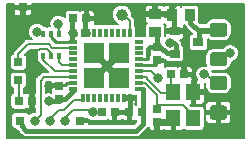
<source format=gtl>
G04 #@! TF.GenerationSoftware,KiCad,Pcbnew,5.0.0-rc3+dfsg1-2*
G04 #@! TF.CreationDate,2018-07-25T10:31:46+09:00*
G04 #@! TF.ProjectId,fst-01,6673742D30312E6B696361645F706362,rev?*
G04 #@! TF.SameCoordinates,Original*
G04 #@! TF.FileFunction,Copper,L1,Top,Signal*
G04 #@! TF.FilePolarity,Positive*
%FSLAX46Y46*%
G04 Gerber Fmt 4.6, Leading zero omitted, Abs format (unit mm)*
G04 Created by KiCad (PCBNEW 5.0.0-rc3+dfsg1-2) date Wed Jul 25 10:31:46 2018*
%MOMM*%
%LPD*%
G01*
G04 APERTURE LIST*
G04 #@! TA.AperFunction,SMDPad,CuDef*
%ADD10R,0.800000X0.800000*%
G04 #@! TD*
G04 #@! TA.AperFunction,ComponentPad*
%ADD11C,1.000000*%
G04 #@! TD*
G04 #@! TA.AperFunction,Conductor*
%ADD12C,0.150000*%
G04 #@! TD*
G04 #@! TA.AperFunction,SMDPad,CuDef*
%ADD13C,1.200000*%
G04 #@! TD*
G04 #@! TA.AperFunction,SMDPad,CuDef*
%ADD14R,0.762000X0.698500*%
G04 #@! TD*
G04 #@! TA.AperFunction,SMDPad,CuDef*
%ADD15R,0.398780X0.500380*%
G04 #@! TD*
G04 #@! TA.AperFunction,SMDPad,CuDef*
%ADD16R,1.800000X1.800000*%
G04 #@! TD*
G04 #@! TA.AperFunction,SMDPad,CuDef*
%ADD17R,0.749300X0.299720*%
G04 #@! TD*
G04 #@! TA.AperFunction,SMDPad,CuDef*
%ADD18R,0.299720X0.749300*%
G04 #@! TD*
G04 #@! TA.AperFunction,SMDPad,CuDef*
%ADD19R,0.700000X0.700000*%
G04 #@! TD*
G04 #@! TA.AperFunction,ComponentPad*
%ADD20R,0.800000X0.800000*%
G04 #@! TD*
G04 #@! TA.AperFunction,BGAPad,CuDef*
%ADD21C,0.800000*%
G04 #@! TD*
G04 #@! TA.AperFunction,SMDPad,CuDef*
%ADD22R,0.899160X1.000760*%
G04 #@! TD*
G04 #@! TA.AperFunction,SMDPad,CuDef*
%ADD23R,0.900000X0.800000*%
G04 #@! TD*
G04 #@! TA.AperFunction,SMDPad,CuDef*
%ADD24R,1.193800X1.397000*%
G04 #@! TD*
G04 #@! TA.AperFunction,SMDPad,CuDef*
%ADD25R,0.698500X0.762000*%
G04 #@! TD*
G04 #@! TA.AperFunction,SMDPad,CuDef*
%ADD26R,1.000760X0.899160*%
G04 #@! TD*
G04 #@! TA.AperFunction,BGAPad,CuDef*
%ADD27C,1.000000*%
G04 #@! TD*
G04 #@! TA.AperFunction,ViaPad*
%ADD28C,0.800100*%
G04 #@! TD*
G04 #@! TA.AperFunction,Conductor*
%ADD29C,0.200660*%
G04 #@! TD*
G04 #@! TA.AperFunction,Conductor*
%ADD30C,0.381000*%
G04 #@! TD*
G04 #@! TA.AperFunction,Conductor*
%ADD31C,0.202000*%
G04 #@! TD*
G04 #@! TA.AperFunction,Conductor*
%ADD32C,0.599440*%
G04 #@! TD*
G04 #@! TA.AperFunction,Conductor*
%ADD33C,0.254000*%
G04 #@! TD*
G04 #@! TA.AperFunction,Conductor*
%ADD34C,0.300000*%
G04 #@! TD*
G04 #@! TA.AperFunction,Conductor*
%ADD35C,0.279400*%
G04 #@! TD*
G04 #@! TA.AperFunction,Conductor*
%ADD36C,0.508000*%
G04 #@! TD*
G04 #@! TA.AperFunction,Conductor*
%ADD37C,0.304800*%
G04 #@! TD*
G04 #@! TA.AperFunction,Conductor*
%ADD38C,0.330200*%
G04 #@! TD*
G04 #@! TA.AperFunction,Conductor*
%ADD39C,0.200000*%
G04 #@! TD*
G04 APERTURE END LIST*
D10*
G04 #@! TO.P,REF\002A\002A,1*
G04 #@! TO.N,GND*
X110431580Y-93604080D03*
G04 #@! TD*
D11*
G04 #@! TO.P,J1,5*
G04 #@! TO.N,GND*
X128200000Y-93746500D03*
X128200000Y-104246500D03*
D12*
G04 #@! TD*
G04 #@! TO.N,/VBUS*
G04 #@! TO.C,J1*
G36*
X127479405Y-94897825D02*
X127508527Y-94902144D01*
X127537085Y-94909298D01*
X127564805Y-94919216D01*
X127591419Y-94931804D01*
X127616671Y-94946939D01*
X127640318Y-94964477D01*
X127662132Y-94984248D01*
X127681903Y-95006062D01*
X127699441Y-95029709D01*
X127714576Y-95054961D01*
X127727164Y-95081575D01*
X127737082Y-95109295D01*
X127744236Y-95137853D01*
X127748555Y-95166975D01*
X127750000Y-95196380D01*
X127750000Y-95796380D01*
X127748555Y-95825785D01*
X127744236Y-95854907D01*
X127737082Y-95883465D01*
X127727164Y-95911185D01*
X127714576Y-95937799D01*
X127699441Y-95963051D01*
X127681903Y-95986698D01*
X127662132Y-96008512D01*
X127640318Y-96028283D01*
X127616671Y-96045821D01*
X127591419Y-96060956D01*
X127564805Y-96073544D01*
X127537085Y-96083462D01*
X127508527Y-96090616D01*
X127479405Y-96094935D01*
X127450000Y-96096380D01*
X126550000Y-96096380D01*
X126520595Y-96094935D01*
X126491473Y-96090616D01*
X126462915Y-96083462D01*
X126435195Y-96073544D01*
X126408581Y-96060956D01*
X126383329Y-96045821D01*
X126359682Y-96028283D01*
X126337868Y-96008512D01*
X126318097Y-95986698D01*
X126300559Y-95963051D01*
X126285424Y-95937799D01*
X126272836Y-95911185D01*
X126262918Y-95883465D01*
X126255764Y-95854907D01*
X126251445Y-95825785D01*
X126250000Y-95796380D01*
X126250000Y-95196380D01*
X126251445Y-95166975D01*
X126255764Y-95137853D01*
X126262918Y-95109295D01*
X126272836Y-95081575D01*
X126285424Y-95054961D01*
X126300559Y-95029709D01*
X126318097Y-95006062D01*
X126337868Y-94984248D01*
X126359682Y-94964477D01*
X126383329Y-94946939D01*
X126408581Y-94931804D01*
X126435195Y-94919216D01*
X126462915Y-94909298D01*
X126491473Y-94902144D01*
X126520595Y-94897825D01*
X126550000Y-94896380D01*
X127450000Y-94896380D01*
X127479405Y-94897825D01*
X127479405Y-94897825D01*
G37*
D13*
G04 #@! TO.P,J1,1*
G04 #@! TO.N,/VBUS*
X127000000Y-95496380D03*
D12*
G04 #@! TD*
G04 #@! TO.N,GND*
G04 #@! TO.C,J1*
G36*
X127479405Y-101897945D02*
X127508527Y-101902264D01*
X127537085Y-101909418D01*
X127564805Y-101919336D01*
X127591419Y-101931924D01*
X127616671Y-101947059D01*
X127640318Y-101964597D01*
X127662132Y-101984368D01*
X127681903Y-102006182D01*
X127699441Y-102029829D01*
X127714576Y-102055081D01*
X127727164Y-102081695D01*
X127737082Y-102109415D01*
X127744236Y-102137973D01*
X127748555Y-102167095D01*
X127750000Y-102196500D01*
X127750000Y-102796500D01*
X127748555Y-102825905D01*
X127744236Y-102855027D01*
X127737082Y-102883585D01*
X127727164Y-102911305D01*
X127714576Y-102937919D01*
X127699441Y-102963171D01*
X127681903Y-102986818D01*
X127662132Y-103008632D01*
X127640318Y-103028403D01*
X127616671Y-103045941D01*
X127591419Y-103061076D01*
X127564805Y-103073664D01*
X127537085Y-103083582D01*
X127508527Y-103090736D01*
X127479405Y-103095055D01*
X127450000Y-103096500D01*
X126550000Y-103096500D01*
X126520595Y-103095055D01*
X126491473Y-103090736D01*
X126462915Y-103083582D01*
X126435195Y-103073664D01*
X126408581Y-103061076D01*
X126383329Y-103045941D01*
X126359682Y-103028403D01*
X126337868Y-103008632D01*
X126318097Y-102986818D01*
X126300559Y-102963171D01*
X126285424Y-102937919D01*
X126272836Y-102911305D01*
X126262918Y-102883585D01*
X126255764Y-102855027D01*
X126251445Y-102825905D01*
X126250000Y-102796500D01*
X126250000Y-102196500D01*
X126251445Y-102167095D01*
X126255764Y-102137973D01*
X126262918Y-102109415D01*
X126272836Y-102081695D01*
X126285424Y-102055081D01*
X126300559Y-102029829D01*
X126318097Y-102006182D01*
X126337868Y-101984368D01*
X126359682Y-101964597D01*
X126383329Y-101947059D01*
X126408581Y-101931924D01*
X126435195Y-101919336D01*
X126462915Y-101909418D01*
X126491473Y-101902264D01*
X126520595Y-101897945D01*
X126550000Y-101896500D01*
X127450000Y-101896500D01*
X127479405Y-101897945D01*
X127479405Y-101897945D01*
G37*
D13*
G04 #@! TO.P,J1,4*
G04 #@! TO.N,GND*
X127000000Y-102496500D03*
D12*
G04 #@! TD*
G04 #@! TO.N,/D-_PLUG*
G04 #@! TO.C,J1*
G36*
X127479405Y-97397945D02*
X127508527Y-97402264D01*
X127537085Y-97409418D01*
X127564805Y-97419336D01*
X127591419Y-97431924D01*
X127616671Y-97447059D01*
X127640318Y-97464597D01*
X127662132Y-97484368D01*
X127681903Y-97506182D01*
X127699441Y-97529829D01*
X127714576Y-97555081D01*
X127727164Y-97581695D01*
X127737082Y-97609415D01*
X127744236Y-97637973D01*
X127748555Y-97667095D01*
X127750000Y-97696500D01*
X127750000Y-98296500D01*
X127748555Y-98325905D01*
X127744236Y-98355027D01*
X127737082Y-98383585D01*
X127727164Y-98411305D01*
X127714576Y-98437919D01*
X127699441Y-98463171D01*
X127681903Y-98486818D01*
X127662132Y-98508632D01*
X127640318Y-98528403D01*
X127616671Y-98545941D01*
X127591419Y-98561076D01*
X127564805Y-98573664D01*
X127537085Y-98583582D01*
X127508527Y-98590736D01*
X127479405Y-98595055D01*
X127450000Y-98596500D01*
X126550000Y-98596500D01*
X126520595Y-98595055D01*
X126491473Y-98590736D01*
X126462915Y-98583582D01*
X126435195Y-98573664D01*
X126408581Y-98561076D01*
X126383329Y-98545941D01*
X126359682Y-98528403D01*
X126337868Y-98508632D01*
X126318097Y-98486818D01*
X126300559Y-98463171D01*
X126285424Y-98437919D01*
X126272836Y-98411305D01*
X126262918Y-98383585D01*
X126255764Y-98355027D01*
X126251445Y-98325905D01*
X126250000Y-98296500D01*
X126250000Y-97696500D01*
X126251445Y-97667095D01*
X126255764Y-97637973D01*
X126262918Y-97609415D01*
X126272836Y-97581695D01*
X126285424Y-97555081D01*
X126300559Y-97529829D01*
X126318097Y-97506182D01*
X126337868Y-97484368D01*
X126359682Y-97464597D01*
X126383329Y-97447059D01*
X126408581Y-97431924D01*
X126435195Y-97419336D01*
X126462915Y-97409418D01*
X126491473Y-97402264D01*
X126520595Y-97397945D01*
X126550000Y-97396500D01*
X127450000Y-97396500D01*
X127479405Y-97397945D01*
X127479405Y-97397945D01*
G37*
D13*
G04 #@! TO.P,J1,2*
G04 #@! TO.N,/D-_PLUG*
X127000000Y-97996500D03*
D12*
G04 #@! TD*
G04 #@! TO.N,/D+_PLUG*
G04 #@! TO.C,J1*
G36*
X127479405Y-99397945D02*
X127508527Y-99402264D01*
X127537085Y-99409418D01*
X127564805Y-99419336D01*
X127591419Y-99431924D01*
X127616671Y-99447059D01*
X127640318Y-99464597D01*
X127662132Y-99484368D01*
X127681903Y-99506182D01*
X127699441Y-99529829D01*
X127714576Y-99555081D01*
X127727164Y-99581695D01*
X127737082Y-99609415D01*
X127744236Y-99637973D01*
X127748555Y-99667095D01*
X127750000Y-99696500D01*
X127750000Y-100296500D01*
X127748555Y-100325905D01*
X127744236Y-100355027D01*
X127737082Y-100383585D01*
X127727164Y-100411305D01*
X127714576Y-100437919D01*
X127699441Y-100463171D01*
X127681903Y-100486818D01*
X127662132Y-100508632D01*
X127640318Y-100528403D01*
X127616671Y-100545941D01*
X127591419Y-100561076D01*
X127564805Y-100573664D01*
X127537085Y-100583582D01*
X127508527Y-100590736D01*
X127479405Y-100595055D01*
X127450000Y-100596500D01*
X126550000Y-100596500D01*
X126520595Y-100595055D01*
X126491473Y-100590736D01*
X126462915Y-100583582D01*
X126435195Y-100573664D01*
X126408581Y-100561076D01*
X126383329Y-100545941D01*
X126359682Y-100528403D01*
X126337868Y-100508632D01*
X126318097Y-100486818D01*
X126300559Y-100463171D01*
X126285424Y-100437919D01*
X126272836Y-100411305D01*
X126262918Y-100383585D01*
X126255764Y-100355027D01*
X126251445Y-100325905D01*
X126250000Y-100296500D01*
X126250000Y-99696500D01*
X126251445Y-99667095D01*
X126255764Y-99637973D01*
X126262918Y-99609415D01*
X126272836Y-99581695D01*
X126285424Y-99555081D01*
X126300559Y-99529829D01*
X126318097Y-99506182D01*
X126337868Y-99484368D01*
X126359682Y-99464597D01*
X126383329Y-99447059D01*
X126408581Y-99431924D01*
X126435195Y-99419336D01*
X126462915Y-99409418D01*
X126491473Y-99402264D01*
X126520595Y-99397945D01*
X126550000Y-99396500D01*
X127450000Y-99396500D01*
X127479405Y-99397945D01*
X127479405Y-99397945D01*
G37*
D13*
G04 #@! TO.P,J1,3*
G04 #@! TO.N,/D+_PLUG*
X127000000Y-99996500D03*
G04 #@! TD*
D14*
G04 #@! TO.P,R1,1*
G04 #@! TO.N,Net-(D1-Pad1)*
X110119160Y-101536500D03*
G04 #@! TO.P,R1,2*
G04 #@! TO.N,GND*
X111216440Y-101536500D03*
G04 #@! TD*
D15*
G04 #@! TO.P,U3,6*
G04 #@! TO.N,/D+_PLUG*
X112189260Y-95811340D03*
G04 #@! TO.P,U3,5*
G04 #@! TO.N,+3V3*
X112839500Y-95811340D03*
G04 #@! TO.P,U3,4*
G04 #@! TO.N,/D-_PLUG*
X113489740Y-95811340D03*
G04 #@! TO.P,U3,3*
G04 #@! TO.N,/D-*
X113489740Y-97711260D03*
G04 #@! TO.P,U3,2*
G04 #@! TO.N,GND*
X112839500Y-97711260D03*
G04 #@! TO.P,U3,1*
G04 #@! TO.N,/D+*
X112189260Y-97711260D03*
G04 #@! TD*
D16*
G04 #@! TO.P,U1,37*
G04 #@! TO.N,GND*
X118543988Y-97459671D03*
X116461188Y-97459671D03*
X116461188Y-99542471D03*
D17*
G04 #@! TO.P,U1,1*
G04 #@! TO.N,+3V3*
X120278808Y-100502591D03*
G04 #@! TO.P,U1,2*
G04 #@! TO.N,/OSC_IN*
X120278808Y-100002211D03*
G04 #@! TO.P,U1,3*
G04 #@! TO.N,/OSC_OUT*
X120278808Y-99501831D03*
G04 #@! TO.P,U1,4*
G04 #@! TO.N,/NRST*
X120278808Y-99001451D03*
G04 #@! TO.P,U1,5*
G04 #@! TO.N,GND*
X120278808Y-98501071D03*
G04 #@! TO.P,U1,6*
G04 #@! TO.N,+3V3*
X120278808Y-98000691D03*
G04 #@! TO.P,U1,7*
G04 #@! TO.N,Net-(U1-Pad7)*
X120278808Y-97500311D03*
G04 #@! TO.P,U1,8*
G04 #@! TO.N,Net-(U1-Pad8)*
X120278808Y-96999931D03*
G04 #@! TO.P,U1,9*
G04 #@! TO.N,Net-(U1-Pad9)*
X120278808Y-96499551D03*
D18*
G04 #@! TO.P,U1,10*
G04 #@! TO.N,Net-(U1-Pad10)*
X119504108Y-95724851D03*
G04 #@! TO.P,U1,11*
G04 #@! TO.N,Net-(U1-Pad11)*
X119003728Y-95724851D03*
G04 #@! TO.P,U1,12*
G04 #@! TO.N,Net-(U1-Pad12)*
X118503348Y-95724851D03*
G04 #@! TO.P,U1,13*
G04 #@! TO.N,Net-(U1-Pad13)*
X118002968Y-95724851D03*
G04 #@! TO.P,U1,14*
G04 #@! TO.N,Net-(U1-Pad14)*
X117502588Y-95724851D03*
G04 #@! TO.P,U1,15*
G04 #@! TO.N,Net-(U1-Pad15)*
X117002208Y-95724851D03*
G04 #@! TO.P,U1,16*
G04 #@! TO.N,Net-(U1-Pad16)*
X116501828Y-95724851D03*
G04 #@! TO.P,U1,17*
G04 #@! TO.N,GND*
X116001448Y-95724851D03*
G04 #@! TO.P,U1,18*
X115501068Y-95724851D03*
D17*
G04 #@! TO.P,U1,19*
G04 #@! TO.N,+3V3*
X114726368Y-96499551D03*
G04 #@! TO.P,U1,20*
G04 #@! TO.N,/LED*
X114726368Y-96999931D03*
G04 #@! TO.P,U1,21*
G04 #@! TO.N,Net-(U1-Pad21)*
X114726368Y-97500311D03*
G04 #@! TO.P,U1,22*
G04 #@! TO.N,Net-(U1-Pad22)*
X114726368Y-98000691D03*
G04 #@! TO.P,U1,23*
G04 #@! TO.N,/D-*
X114726368Y-98501071D03*
G04 #@! TO.P,U1,24*
G04 #@! TO.N,/D+*
X114726368Y-99001451D03*
G04 #@! TO.P,U1,25*
G04 #@! TO.N,/SWDIO*
X114726368Y-99501831D03*
G04 #@! TO.P,U1,26*
G04 #@! TO.N,GND*
X114726368Y-100002211D03*
G04 #@! TO.P,U1,27*
G04 #@! TO.N,+3V3*
X114726368Y-100502591D03*
D18*
G04 #@! TO.P,U1,28*
G04 #@! TO.N,/SWCLK*
X115501068Y-101277291D03*
G04 #@! TO.P,U1,29*
G04 #@! TO.N,Net-(U1-Pad29)*
X116001448Y-101277291D03*
G04 #@! TO.P,U1,30*
G04 #@! TO.N,Net-(U1-Pad30)*
X116501828Y-101277291D03*
G04 #@! TO.P,U1,31*
G04 #@! TO.N,Net-(U1-Pad31)*
X117002208Y-101277291D03*
G04 #@! TO.P,U1,32*
G04 #@! TO.N,Net-(U1-Pad32)*
X117502588Y-101277291D03*
G04 #@! TO.P,U1,33*
G04 #@! TO.N,Net-(U1-Pad33)*
X118002968Y-101277291D03*
G04 #@! TO.P,U1,34*
G04 #@! TO.N,Net-(U1-Pad34)*
X118503348Y-101277291D03*
G04 #@! TO.P,U1,35*
G04 #@! TO.N,GND*
X119003728Y-101277291D03*
G04 #@! TO.P,U1,36*
X119504108Y-101277291D03*
D16*
G04 #@! TO.P,U1,37*
X118543988Y-99542471D03*
G04 #@! TD*
D19*
G04 #@! TO.P,D1,1*
G04 #@! TO.N,Net-(D1-Pad1)*
X110070900Y-99745800D03*
G04 #@! TO.P,D1,2*
G04 #@! TO.N,/LED*
X110070900Y-98247200D03*
G04 #@! TD*
D20*
G04 #@! TO.P,K1,5*
G04 #@! TO.N,GND*
X115316000Y-103174800D03*
D21*
G04 #@! TO.P,K1,4*
G04 #@! TO.N,/NRST*
X114046000Y-103174800D03*
G04 #@! TO.P,K1,3*
G04 #@! TO.N,/SWCLK*
X112776000Y-103174800D03*
D20*
G04 #@! TO.P,K1,1*
G04 #@! TO.N,+3V3*
X110236000Y-103174800D03*
D21*
G04 #@! TO.P,K1,2*
G04 #@! TO.N,/SWDIO*
X111506000Y-103174800D03*
G04 #@! TD*
D22*
G04 #@! TO.P,C9,2*
G04 #@! TO.N,GND*
X123073160Y-94234000D03*
G04 #@! TO.P,C9,1*
G04 #@! TO.N,/VBUS*
X124576840Y-94234000D03*
G04 #@! TD*
D23*
G04 #@! TO.P,U2,3*
G04 #@! TO.N,/VBUS*
X125307600Y-96558100D03*
G04 #@! TO.P,U2,2*
G04 #@! TO.N,+3V3*
X123307600Y-97508100D03*
G04 #@! TO.P,U2,1*
G04 #@! TO.N,GND*
X123307600Y-95608100D03*
G04 #@! TD*
D24*
G04 #@! TO.P,X1,3*
G04 #@! TO.N,GND*
X123188237Y-102984914D03*
G04 #@! TO.P,X1,1*
G04 #@! TO.N,/OSC_IN*
X124890037Y-102984914D03*
G04 #@! TO.P,X1,3*
G04 #@! TO.N,GND*
X124890037Y-100785274D03*
G04 #@! TO.P,X1,2*
G04 #@! TO.N,/OSC_OUT*
X123188237Y-100785274D03*
G04 #@! TD*
D14*
G04 #@! TO.P,C2,2*
G04 #@! TO.N,GND*
X124094240Y-99275900D03*
G04 #@! TO.P,C2,1*
G04 #@! TO.N,/OSC_OUT*
X122996960Y-99275900D03*
G04 #@! TD*
D25*
G04 #@! TO.P,C4,2*
G04 #@! TO.N,+3V3*
X121780300Y-96987360D03*
G04 #@! TO.P,C4,1*
G04 #@! TO.N,GND*
X121780300Y-98084640D03*
G04 #@! TD*
D14*
G04 #@! TO.P,C5,2*
G04 #@! TO.N,+3V3*
X120563640Y-102489000D03*
G04 #@! TO.P,C5,1*
G04 #@! TO.N,GND*
X119466360Y-102489000D03*
G04 #@! TD*
G04 #@! TO.P,C6,2*
G04 #@! TO.N,+3V3*
X114729260Y-94526100D03*
G04 #@! TO.P,C6,1*
G04 #@! TO.N,GND*
X115826540Y-94526100D03*
G04 #@! TD*
D25*
G04 #@! TO.P,C7,2*
G04 #@! TO.N,+3V3*
X113525300Y-101323140D03*
G04 #@! TO.P,C7,1*
G04 #@! TO.N,GND*
X113525300Y-100225860D03*
G04 #@! TD*
G04 #@! TO.P,C1,2*
G04 #@! TO.N,GND*
X121793000Y-103304340D03*
G04 #@! TO.P,C1,1*
G04 #@! TO.N,/OSC_IN*
X121793000Y-102207060D03*
G04 #@! TD*
D14*
G04 #@! TO.P,C3,2*
G04 #@! TO.N,GND*
X118214140Y-102489000D03*
G04 #@! TO.P,C3,1*
G04 #@! TO.N,/NRST*
X117116860Y-102489000D03*
G04 #@! TD*
D26*
G04 #@! TO.P,C8,2*
G04 #@! TO.N,GND*
X121627900Y-94173040D03*
G04 #@! TO.P,C8,1*
G04 #@! TO.N,+3V3*
X121627900Y-95676720D03*
G04 #@! TD*
D27*
G04 #@! TO.P,REF\002A\002A,1*
G04 #@! TO.N,Net-(U1-Pad10)*
X118826280Y-94213680D03*
G04 #@! TD*
D28*
G04 #@! TO.N,/D+_PLUG*
X111627920Y-95646242D03*
X125788420Y-99273360D03*
G04 #@! TO.N,/D-_PLUG*
X128016000Y-97472500D03*
X113449778Y-94969922D03*
G04 #@! TO.N,/NRST*
X121869891Y-99554609D03*
X116415820Y-102494080D03*
G04 #@! TO.N,GND*
X117538500Y-98577400D03*
X112651540Y-100258880D03*
G04 #@! TO.N,+3V3*
X122936000Y-96634240D03*
X112651540Y-101551740D03*
X114719100Y-95770700D03*
G04 #@! TD*
D29*
G04 #@! TO.N,/D+*
X112186720Y-97721420D02*
X112166400Y-97701100D01*
X112186720Y-98051620D02*
X112186720Y-97721420D01*
X113157000Y-99021900D02*
X112186720Y-98051620D01*
X114726368Y-99001451D02*
X114528600Y-99021900D01*
X114528600Y-99021900D02*
X113157000Y-99021900D01*
G04 #@! TO.N,/D+_PLUG*
X111790478Y-95808800D02*
X111627920Y-95646242D01*
X112161320Y-95808800D02*
X111790478Y-95808800D01*
X126004320Y-99344480D02*
X125859540Y-99344480D01*
X127000000Y-99996500D02*
X126656340Y-99996500D01*
X126656340Y-99996500D02*
X126004320Y-99344480D01*
G04 #@! TO.N,/D-*
X113512600Y-98209100D02*
X113512600Y-97701100D01*
X113792000Y-98488500D02*
X113512600Y-98209100D01*
X114726368Y-98501071D02*
X113792000Y-98501071D01*
X113792000Y-98501071D02*
X113792000Y-98488500D01*
G04 #@! TO.N,/D-_PLUG*
X127000000Y-97995740D02*
X127000000Y-98153220D01*
X113487200Y-95923100D02*
X113487200Y-95155356D01*
X113487200Y-95288100D02*
X113487200Y-95007344D01*
X113487200Y-95007344D02*
X113449778Y-94969922D01*
X127000000Y-97996500D02*
X127371600Y-97624900D01*
X127863600Y-97624900D02*
X128016000Y-97472500D01*
X127371600Y-97624900D02*
X127863600Y-97624900D01*
G04 #@! TO.N,/LED*
X110172500Y-98234500D02*
X110055660Y-98117660D01*
X110055660Y-98117660D02*
X110055660Y-97563940D01*
X110891318Y-96728282D02*
X112671862Y-96728282D01*
X110055660Y-97563940D02*
X110891318Y-96728282D01*
X112671862Y-96728282D02*
X112943511Y-96999931D01*
X114151058Y-96999931D02*
X114726368Y-96999931D01*
X112943511Y-96999931D02*
X114151058Y-96999931D01*
G04 #@! TO.N,/NRST*
X120278808Y-99001451D02*
X120328337Y-99050980D01*
X121311782Y-98996500D02*
X121469842Y-99154560D01*
X121469842Y-99154560D02*
X121869891Y-99554609D01*
X121317891Y-99001451D02*
X121328180Y-99011740D01*
X120278808Y-99001451D02*
X121317891Y-99001451D01*
X116194840Y-102257860D02*
X116448840Y-102511860D01*
X116448840Y-102511860D02*
X117139720Y-102511860D01*
X114731800Y-102257860D02*
X116194840Y-102257860D01*
X114028220Y-103233220D02*
X114028220Y-102961440D01*
X114028220Y-102961440D02*
X114731800Y-102257860D01*
G04 #@! TO.N,/OSC_IN*
X124701300Y-102412800D02*
X124548014Y-102538913D01*
X124548014Y-102538913D02*
X124891800Y-102882700D01*
X124866400Y-102738305D02*
X124866400Y-103009700D01*
X122351800Y-101841300D02*
X123969395Y-101841300D01*
X123969395Y-101841300D02*
X124866400Y-102738305D01*
X122351800Y-101841300D02*
X121767600Y-101841300D01*
X121810780Y-101054501D02*
X121810780Y-101813360D01*
X120278808Y-100002211D02*
X120758490Y-100002211D01*
X120758490Y-100002211D02*
X121810780Y-101054501D01*
G04 #@! TO.N,/OSC_OUT*
X123239037Y-100678594D02*
X123378737Y-100538894D01*
X123378737Y-100538894D02*
X123175537Y-100538894D01*
X123239037Y-100505874D02*
X123239037Y-100678594D01*
X123541297Y-100229014D02*
X123239037Y-100505874D01*
X123113800Y-100545900D02*
X123520200Y-100545900D01*
X122986800Y-99275900D02*
X122986800Y-100418900D01*
X122986800Y-100418900D02*
X123113800Y-100545900D01*
X123012200Y-100825300D02*
X123317000Y-100520500D01*
X122149146Y-100825300D02*
X123012200Y-100825300D01*
X121064450Y-99740604D02*
X122149146Y-100825300D01*
X120319800Y-99517200D02*
X120857058Y-99517200D01*
X120857058Y-99517200D02*
X121064450Y-99740604D01*
G04 #@! TO.N,/SWCLK*
X115501068Y-101502081D02*
X115501068Y-101277291D01*
X115443000Y-101473000D02*
X115506500Y-101536500D01*
X114754660Y-101473000D02*
X115443000Y-101473000D01*
X112786160Y-102963980D02*
X113047780Y-102702360D01*
X113047780Y-102702360D02*
X113055400Y-102702360D01*
X113489740Y-102268020D02*
X113959640Y-102268020D01*
X112786160Y-103162100D02*
X112786160Y-102963980D01*
X113055400Y-102702360D02*
X113489740Y-102268020D01*
X113959640Y-102268020D02*
X114754660Y-101473000D01*
G04 #@! TO.N,/SWDIO*
X111526320Y-103134160D02*
X111526320Y-103146860D01*
X111940340Y-99794060D02*
X111940340Y-102720140D01*
X111940340Y-102720140D02*
X111526320Y-103134160D01*
X114726368Y-99501831D02*
X112232569Y-99501831D01*
X112232569Y-99501831D02*
X111940340Y-99794060D01*
D30*
G04 #@! TO.N,/VBUS*
X124737760Y-94267920D02*
X124592080Y-94122240D01*
X126677080Y-95498920D02*
X126872660Y-95694500D01*
X125338840Y-95498920D02*
X126677080Y-95498920D01*
X125333000Y-96583500D02*
X125338840Y-96583500D01*
X125338840Y-96583500D02*
X125338840Y-95498920D01*
X124625100Y-94287340D02*
X124518420Y-94180660D01*
X124518420Y-94180660D02*
X124518420Y-94175580D01*
X125331220Y-95592900D02*
X124625100Y-94886780D01*
X124625100Y-94886780D02*
X124625100Y-94287340D01*
X127000000Y-95496380D02*
X126903480Y-95592900D01*
X126903480Y-95592900D02*
X125331220Y-95592900D01*
D29*
G04 #@! TO.N,GND*
X128200000Y-93996500D02*
X128200000Y-93973500D01*
X128200000Y-93973500D02*
X128016000Y-93789500D01*
D31*
X115798600Y-94589600D02*
X115798600Y-94038350D01*
D32*
X118543988Y-97459671D02*
X118543988Y-97495712D01*
X116461188Y-97459671D02*
X116461188Y-97500088D01*
X116461188Y-97500088D02*
X118465600Y-99504500D01*
X118543988Y-97459671D02*
X118543988Y-97521112D01*
X118543988Y-97521112D02*
X117538500Y-98526600D01*
X117538500Y-98526600D02*
X117538500Y-98577400D01*
X117538500Y-98577400D02*
X118452900Y-99491800D01*
D29*
X119354248Y-101277291D02*
X119359457Y-101282500D01*
X117500400Y-98539300D02*
X117538500Y-98577400D01*
D32*
X117500400Y-98539300D02*
X116471700Y-99568000D01*
X118543988Y-97495712D02*
X117500400Y-98539300D01*
D33*
X120278808Y-98501071D02*
X121691529Y-98501071D01*
D29*
X124256800Y-99199700D02*
X124307600Y-99250500D01*
X124307600Y-99250500D02*
X124587000Y-99250500D01*
X122581670Y-98234500D02*
X124256800Y-98234500D01*
X124256800Y-98234500D02*
X124256800Y-99199700D01*
X121869200Y-98071940D02*
X122419110Y-98071940D01*
X122419110Y-98071940D02*
X122581670Y-98234500D01*
D34*
X124917200Y-100266500D02*
X124694950Y-100266500D01*
D30*
X124917200Y-99540060D02*
X124917200Y-100266500D01*
X124094240Y-99275900D02*
X124653040Y-99275900D01*
X124653040Y-99275900D02*
X124917200Y-99540060D01*
D29*
X127025400Y-103974900D02*
X127025400Y-102425500D01*
X128200000Y-103996500D02*
X127025400Y-103974900D01*
D32*
X122732800Y-103314500D02*
X121843800Y-103314500D01*
D29*
X119449850Y-102539800D02*
X119246650Y-102743000D01*
X118300500Y-102552500D02*
X119449850Y-102539800D01*
X121793000Y-98404680D02*
X121793000Y-98107500D01*
X121693940Y-98503740D02*
X121793000Y-98404680D01*
D30*
X115824000Y-94488000D02*
X115737640Y-94574360D01*
X115737640Y-94574360D02*
X115745260Y-95615760D01*
D35*
X114726368Y-100002211D02*
X114251718Y-100002211D01*
D31*
X114251718Y-100002211D02*
X114228729Y-100025200D01*
D35*
X113563529Y-100111431D02*
X113565588Y-100111431D01*
X114251870Y-100012370D02*
X114183160Y-99999800D01*
X114011357Y-100157280D02*
X113517680Y-100157280D01*
X114261900Y-100002340D02*
X114251870Y-100012370D01*
X114195860Y-99997260D02*
X114011357Y-100157280D01*
X114183160Y-99999800D02*
X114195860Y-99997260D01*
X113517680Y-100157280D02*
X113563529Y-100111431D01*
D32*
X115742849Y-95724851D02*
X115851587Y-95724851D01*
D31*
X111201200Y-101307900D02*
X111229140Y-101279960D01*
X111229140Y-101279960D02*
X111229140Y-97711260D01*
X112511840Y-97152460D02*
X112826800Y-97467420D01*
X112826800Y-97467420D02*
X112826800Y-97688400D01*
X111826040Y-97152460D02*
X112511840Y-97152460D01*
X111224060Y-97721420D02*
X111833660Y-97152460D01*
D36*
X122753120Y-94173040D02*
X122740420Y-94185740D01*
X121627900Y-94173040D02*
X122753120Y-94173040D01*
D30*
X123217940Y-95450660D02*
X123327160Y-95559880D01*
X122996960Y-94246700D02*
X123217940Y-94467680D01*
X123327160Y-95559880D02*
X123418600Y-95559880D01*
X123217940Y-94467680D02*
X123217940Y-95450660D01*
D29*
X113565588Y-100111431D02*
X113418139Y-100258880D01*
X113418139Y-100258880D02*
X113217296Y-100258880D01*
X113217296Y-100258880D02*
X112651540Y-100258880D01*
X119449850Y-103181150D02*
X119449850Y-102539800D01*
X119331740Y-103299260D02*
X119449850Y-103181150D01*
X115361720Y-103159560D02*
X115501420Y-103299260D01*
X115501420Y-103299260D02*
X119331740Y-103299260D01*
D36*
X119392700Y-101277420D02*
X119209691Y-101277291D01*
X119120920Y-101279960D02*
X119392700Y-101277420D01*
D30*
X119496840Y-102417880D02*
X119440960Y-102473760D01*
X119496840Y-101374987D02*
X119496840Y-102417880D01*
D29*
X123057920Y-93903800D02*
X123614180Y-93347540D01*
X123200160Y-94170500D02*
X123057920Y-94028260D01*
X123057920Y-94028260D02*
X123057920Y-93903800D01*
X127541020Y-93314520D02*
X128143000Y-93916500D01*
X123545600Y-93413580D02*
X123644660Y-93314520D01*
X123644660Y-93314520D02*
X127541020Y-93314520D01*
D31*
X110459520Y-93639640D02*
X110449360Y-93649800D01*
X115811300Y-94030800D02*
X115420140Y-93639640D01*
X115420140Y-93639640D02*
X110459520Y-93639640D01*
D29*
X112270540Y-93779340D02*
X112270540Y-93639640D01*
X111216440Y-102086410D02*
X110956090Y-102346760D01*
X111216440Y-101536500D02*
X111216440Y-102086410D01*
X109194600Y-96855280D02*
X112270540Y-93779340D01*
X110956090Y-102346760D02*
X109638336Y-102346760D01*
X109638336Y-102346760D02*
X109194600Y-101903024D01*
X109194600Y-101903024D02*
X109194600Y-96855280D01*
D35*
G04 #@! TO.N,+3V3*
X114604800Y-96342200D02*
X114757200Y-96494600D01*
D30*
X114604800Y-95199200D02*
X114604800Y-96342200D01*
D29*
X120726200Y-102819200D02*
X120726200Y-102260400D01*
D35*
X114726368Y-96499551D02*
X113276251Y-96499551D01*
D30*
X120599200Y-103492300D02*
X120142000Y-103949500D01*
X120586500Y-100545900D02*
X120599200Y-100558600D01*
X120599200Y-100558600D02*
X120599200Y-103492300D01*
D37*
X120548400Y-100545900D02*
X120586500Y-100545900D01*
D30*
X121046240Y-97566480D02*
X121046240Y-97160080D01*
X121216420Y-96989900D02*
X121660156Y-96989900D01*
X121046240Y-97160080D02*
X121216420Y-96989900D01*
D38*
X121046240Y-97139760D02*
X121058940Y-97127060D01*
X121046240Y-97977960D02*
X121046240Y-97139760D01*
D35*
X121048909Y-98000691D02*
X121058940Y-97990660D01*
X120278808Y-98000691D02*
X121048909Y-98000691D01*
D30*
X122623580Y-97500440D02*
X123421140Y-97500440D01*
X122097800Y-96974660D02*
X122623580Y-97500440D01*
X121930160Y-96974660D02*
X122097800Y-96974660D01*
X121767600Y-95897700D02*
X121767600Y-96812100D01*
X121767600Y-96812100D02*
X121930160Y-96974660D01*
X123261060Y-96634240D02*
X122936000Y-96634240D01*
X123390660Y-97421700D02*
X123390660Y-96763840D01*
X123390660Y-96763840D02*
X123261060Y-96634240D01*
X114602260Y-95145860D02*
X114604800Y-95148400D01*
X114731800Y-94488000D02*
X114602260Y-94617540D01*
X114602260Y-94617540D02*
X114602260Y-95145860D01*
D35*
X112852200Y-96128840D02*
X112852200Y-95999300D01*
X113222911Y-96499551D02*
X112852200Y-96128840D01*
D30*
X110751620Y-104023160D02*
X120042940Y-104023160D01*
X120042940Y-104023160D02*
X120116600Y-103949500D01*
X110304580Y-103174800D02*
X110342680Y-103614220D01*
X110342680Y-103614220D02*
X110751620Y-104023160D01*
X113973129Y-101351080D02*
X114757200Y-100567009D01*
X113652300Y-101351080D02*
X113973129Y-101351080D01*
X112709960Y-101533960D02*
X113469420Y-101533960D01*
X113469420Y-101533960D02*
X113652300Y-101351080D01*
X114688620Y-95813880D02*
X114853720Y-95813880D01*
X114604800Y-95255744D02*
X114604800Y-95730060D01*
X114604800Y-95730060D02*
X114688620Y-95813880D01*
D29*
G04 #@! TO.N,Net-(D1-Pad1)*
X110093760Y-101310440D02*
X110093760Y-99900740D01*
G04 #@! TO.N,Net-(U1-Pad10)*
X119496840Y-95141569D02*
X119504460Y-95149189D01*
X119504108Y-94789908D02*
X119400320Y-94686120D01*
X119504108Y-95724851D02*
X119504108Y-94789908D01*
X119496840Y-94782640D02*
X118892320Y-94178120D01*
X119496840Y-94785180D02*
X119496840Y-94782640D01*
G04 #@! TD*
D39*
G04 #@! TO.N,GND*
G36*
X109677580Y-93361580D02*
X109766080Y-93450080D01*
X110277580Y-93450080D01*
X110277580Y-93430080D01*
X110585580Y-93430080D01*
X110585580Y-93450080D01*
X111097080Y-93450080D01*
X111185580Y-93361580D01*
X111185580Y-93304030D01*
X127184434Y-93304030D01*
X127220125Y-94169540D01*
X127229307Y-94207462D01*
X127252303Y-94238984D01*
X127298814Y-94263141D01*
X127793663Y-94370626D01*
X127766599Y-94397690D01*
X127820854Y-94530350D01*
X128149682Y-94615775D01*
X128486170Y-94568862D01*
X128561899Y-94537494D01*
X129136471Y-94662296D01*
X129136470Y-103518559D01*
X128581578Y-103468596D01*
X128579146Y-103462650D01*
X128250318Y-103377225D01*
X127913830Y-103424138D01*
X127820854Y-103462650D01*
X127786908Y-103545652D01*
X127732959Y-103561668D01*
X127694581Y-103523290D01*
X127623795Y-103594076D01*
X127339840Y-103678375D01*
X127305321Y-103696564D01*
X127280389Y-103726578D01*
X127270572Y-103753046D01*
X127067601Y-104688970D01*
X109115530Y-104688970D01*
X109115530Y-99395800D01*
X109359965Y-99395800D01*
X109359965Y-100095800D01*
X109387440Y-100233924D01*
X109465680Y-100351020D01*
X109582776Y-100429260D01*
X109639431Y-100440529D01*
X109639430Y-100845954D01*
X109600036Y-100853790D01*
X109482940Y-100932030D01*
X109404700Y-101049126D01*
X109377225Y-101187250D01*
X109377225Y-101885750D01*
X109404700Y-102023874D01*
X109482940Y-102140970D01*
X109600036Y-102219210D01*
X109738160Y-102246685D01*
X110500160Y-102246685D01*
X110638284Y-102219210D01*
X110667809Y-102199482D01*
X110765025Y-102239750D01*
X110973940Y-102239750D01*
X111062440Y-102151250D01*
X111062440Y-101690500D01*
X111042440Y-101690500D01*
X111042440Y-101382500D01*
X111062440Y-101382500D01*
X111062440Y-100921750D01*
X110973940Y-100833250D01*
X110765025Y-100833250D01*
X110667809Y-100873518D01*
X110638284Y-100853790D01*
X110548090Y-100835849D01*
X110548090Y-100431435D01*
X110559024Y-100429260D01*
X110676120Y-100351020D01*
X110754360Y-100233924D01*
X110781835Y-100095800D01*
X110781835Y-99395800D01*
X110754360Y-99257676D01*
X110676120Y-99140580D01*
X110559024Y-99062340D01*
X110420900Y-99034865D01*
X109720900Y-99034865D01*
X109582776Y-99062340D01*
X109465680Y-99140580D01*
X109387440Y-99257676D01*
X109359965Y-99395800D01*
X109115530Y-99395800D01*
X109115530Y-97897200D01*
X109359965Y-97897200D01*
X109359965Y-98597200D01*
X109387440Y-98735324D01*
X109465680Y-98852420D01*
X109582776Y-98930660D01*
X109720900Y-98958135D01*
X110420900Y-98958135D01*
X110559024Y-98930660D01*
X110676120Y-98852420D01*
X110754360Y-98735324D01*
X110781835Y-98597200D01*
X110781835Y-97897200D01*
X110754360Y-97759076D01*
X110676120Y-97641980D01*
X110642562Y-97619557D01*
X111079507Y-97182612D01*
X111769429Y-97182612D01*
X111734650Y-97205850D01*
X111656410Y-97322946D01*
X111628935Y-97461070D01*
X111628935Y-97961450D01*
X111656410Y-98099574D01*
X111734650Y-98216670D01*
X111763440Y-98235907D01*
X111859167Y-98379173D01*
X111897100Y-98404519D01*
X112540081Y-99047501D01*
X112277307Y-99047501D01*
X112232568Y-99038602D01*
X112187829Y-99047501D01*
X112187825Y-99047501D01*
X112055299Y-99073862D01*
X112055298Y-99073863D01*
X112055297Y-99073863D01*
X111942947Y-99148933D01*
X111905016Y-99174278D01*
X111879672Y-99212209D01*
X111650720Y-99441161D01*
X111612787Y-99466507D01*
X111512371Y-99616791D01*
X111486010Y-99749317D01*
X111486010Y-99749321D01*
X111477111Y-99794060D01*
X111486010Y-99838799D01*
X111486010Y-100833250D01*
X111458940Y-100833250D01*
X111370440Y-100921750D01*
X111370440Y-101382500D01*
X111390440Y-101382500D01*
X111390440Y-101690500D01*
X111370440Y-101690500D01*
X111370440Y-102151250D01*
X111458940Y-102239750D01*
X111486011Y-102239750D01*
X111486011Y-102420800D01*
X111356020Y-102420800D01*
X111078893Y-102535589D01*
X110970845Y-102643637D01*
X110969460Y-102636676D01*
X110891220Y-102519580D01*
X110774124Y-102441340D01*
X110636000Y-102413865D01*
X109836000Y-102413865D01*
X109697876Y-102441340D01*
X109580780Y-102519580D01*
X109502540Y-102636676D01*
X109475065Y-102774800D01*
X109475065Y-103574800D01*
X109502540Y-103712924D01*
X109580780Y-103830020D01*
X109697876Y-103908260D01*
X109836000Y-103935735D01*
X109902570Y-103935735D01*
X109903034Y-103936315D01*
X109919742Y-103961320D01*
X109936496Y-103978074D01*
X109985496Y-104039224D01*
X110012474Y-104054052D01*
X110328681Y-104370260D01*
X110359058Y-104415722D01*
X110539167Y-104536067D01*
X110697994Y-104567660D01*
X110697998Y-104567660D01*
X110751619Y-104578326D01*
X110805240Y-104567660D01*
X119989319Y-104567660D01*
X120042940Y-104578326D01*
X120096561Y-104567660D01*
X120096566Y-104567660D01*
X120255393Y-104536067D01*
X120435502Y-104415722D01*
X120444520Y-104402225D01*
X120489100Y-104372438D01*
X120946300Y-103915239D01*
X120991762Y-103884862D01*
X121089750Y-103738213D01*
X121089750Y-103755755D01*
X121143643Y-103885865D01*
X121243225Y-103985447D01*
X121373335Y-104039340D01*
X121550500Y-104039340D01*
X121639000Y-103950840D01*
X121639000Y-103458340D01*
X121619000Y-103458340D01*
X121619000Y-103150340D01*
X121639000Y-103150340D01*
X121639000Y-103130340D01*
X121947000Y-103130340D01*
X121947000Y-103150340D01*
X121967000Y-103150340D01*
X121967000Y-103458340D01*
X121947000Y-103458340D01*
X121947000Y-103950840D01*
X122035500Y-104039340D01*
X122212665Y-104039340D01*
X122342775Y-103985447D01*
X122367757Y-103960466D01*
X122390812Y-103983521D01*
X122520922Y-104037414D01*
X122945737Y-104037414D01*
X123034237Y-103948914D01*
X123034237Y-103138914D01*
X123014237Y-103138914D01*
X123014237Y-102830914D01*
X123034237Y-102830914D01*
X123034237Y-102810914D01*
X123342237Y-102810914D01*
X123342237Y-102830914D01*
X123362237Y-102830914D01*
X123362237Y-103138914D01*
X123342237Y-103138914D01*
X123342237Y-103948914D01*
X123430737Y-104037414D01*
X123855552Y-104037414D01*
X123985662Y-103983521D01*
X124034966Y-103934217D01*
X124037917Y-103938634D01*
X124155013Y-104016874D01*
X124293137Y-104044349D01*
X125486937Y-104044349D01*
X125625061Y-104016874D01*
X125742157Y-103938634D01*
X125820397Y-103821538D01*
X125847872Y-103683414D01*
X125847872Y-102739000D01*
X125896000Y-102739000D01*
X125896000Y-103166915D01*
X125949893Y-103297025D01*
X126049475Y-103396607D01*
X126179585Y-103450500D01*
X126757500Y-103450500D01*
X126846000Y-103362000D01*
X126846000Y-102650500D01*
X127154000Y-102650500D01*
X127154000Y-103362000D01*
X127242500Y-103450500D01*
X127820415Y-103450500D01*
X127950525Y-103396607D01*
X128050107Y-103297025D01*
X128104000Y-103166915D01*
X128104000Y-102739000D01*
X128015500Y-102650500D01*
X127154000Y-102650500D01*
X126846000Y-102650500D01*
X125984500Y-102650500D01*
X125896000Y-102739000D01*
X125847872Y-102739000D01*
X125847872Y-102286414D01*
X125820397Y-102148290D01*
X125742157Y-102031194D01*
X125625061Y-101952954D01*
X125486937Y-101925479D01*
X124696093Y-101925479D01*
X124608388Y-101837774D01*
X124647537Y-101837774D01*
X124736037Y-101749274D01*
X124736037Y-100939274D01*
X125044037Y-100939274D01*
X125044037Y-101749274D01*
X125132537Y-101837774D01*
X125557352Y-101837774D01*
X125585571Y-101826085D01*
X125896000Y-101826085D01*
X125896000Y-102254000D01*
X125984500Y-102342500D01*
X126846000Y-102342500D01*
X126846000Y-101631000D01*
X127154000Y-101631000D01*
X127154000Y-102342500D01*
X128015500Y-102342500D01*
X128104000Y-102254000D01*
X128104000Y-101826085D01*
X128050107Y-101695975D01*
X127950525Y-101596393D01*
X127820415Y-101542500D01*
X127242500Y-101542500D01*
X127154000Y-101631000D01*
X126846000Y-101631000D01*
X126757500Y-101542500D01*
X126179585Y-101542500D01*
X126049475Y-101596393D01*
X125949893Y-101695975D01*
X125896000Y-101826085D01*
X125585571Y-101826085D01*
X125687462Y-101783881D01*
X125787044Y-101684299D01*
X125840937Y-101554189D01*
X125840937Y-101027774D01*
X125752437Y-100939274D01*
X125044037Y-100939274D01*
X124736037Y-100939274D01*
X124716037Y-100939274D01*
X124716037Y-100631274D01*
X124736037Y-100631274D01*
X124736037Y-99864985D01*
X124775347Y-99825675D01*
X124829240Y-99695565D01*
X124829240Y-99518400D01*
X124740740Y-99429900D01*
X124248240Y-99429900D01*
X124248240Y-99449900D01*
X123940240Y-99449900D01*
X123940240Y-99429900D01*
X123920240Y-99429900D01*
X123920240Y-99123370D01*
X125034370Y-99123370D01*
X125034370Y-99423350D01*
X125149167Y-99700495D01*
X125181446Y-99732774D01*
X125132537Y-99732774D01*
X125044037Y-99821274D01*
X125044037Y-100631274D01*
X125752437Y-100631274D01*
X125840937Y-100542774D01*
X125840937Y-100027410D01*
X125889065Y-100027410D01*
X125889065Y-100296500D01*
X125939376Y-100549429D01*
X126082648Y-100763852D01*
X126297071Y-100907124D01*
X126550000Y-100957435D01*
X127450000Y-100957435D01*
X127702929Y-100907124D01*
X127917352Y-100763852D01*
X128060624Y-100549429D01*
X128110935Y-100296500D01*
X128110935Y-99696500D01*
X128060624Y-99443571D01*
X127917352Y-99229148D01*
X127702929Y-99085876D01*
X127450000Y-99035565D01*
X126550000Y-99035565D01*
X126509442Y-99043633D01*
X126466890Y-98940903D01*
X126550000Y-98957435D01*
X127450000Y-98957435D01*
X127702929Y-98907124D01*
X127917352Y-98763852D01*
X128060624Y-98549429D01*
X128110935Y-98296500D01*
X128110935Y-98226550D01*
X128165990Y-98226550D01*
X128443135Y-98111753D01*
X128655253Y-97899635D01*
X128770050Y-97622490D01*
X128770050Y-97322510D01*
X128655253Y-97045365D01*
X128443135Y-96833247D01*
X128165990Y-96718450D01*
X127866010Y-96718450D01*
X127588865Y-96833247D01*
X127386547Y-97035565D01*
X126550000Y-97035565D01*
X126297071Y-97085876D01*
X126082648Y-97229148D01*
X125939376Y-97443571D01*
X125889065Y-97696500D01*
X125889065Y-98296500D01*
X125933385Y-98519310D01*
X125638430Y-98519310D01*
X125361285Y-98634107D01*
X125149167Y-98846225D01*
X125034370Y-99123370D01*
X123920240Y-99123370D01*
X123920240Y-99121900D01*
X123940240Y-99121900D01*
X123940240Y-98661150D01*
X124248240Y-98661150D01*
X124248240Y-99121900D01*
X124740740Y-99121900D01*
X124829240Y-99033400D01*
X124829240Y-98856235D01*
X124775347Y-98726125D01*
X124675765Y-98626543D01*
X124545655Y-98572650D01*
X124336740Y-98572650D01*
X124248240Y-98661150D01*
X123940240Y-98661150D01*
X123851740Y-98572650D01*
X123642825Y-98572650D01*
X123545609Y-98612918D01*
X123516084Y-98593190D01*
X123377960Y-98565715D01*
X122615960Y-98565715D01*
X122477836Y-98593190D01*
X122453014Y-98609775D01*
X122483550Y-98536055D01*
X122483550Y-98327140D01*
X122395050Y-98238640D01*
X121934300Y-98238640D01*
X121934300Y-98258640D01*
X121626300Y-98258640D01*
X121626300Y-98238640D01*
X121606300Y-98238640D01*
X121606300Y-97930640D01*
X121626300Y-97930640D01*
X121626300Y-97910640D01*
X121934300Y-97910640D01*
X121934300Y-97930640D01*
X122287347Y-97930640D01*
X122411127Y-98013347D01*
X122521987Y-98035399D01*
X122524140Y-98046224D01*
X122602380Y-98163320D01*
X122719476Y-98241560D01*
X122857600Y-98269035D01*
X123757600Y-98269035D01*
X123895724Y-98241560D01*
X124012820Y-98163320D01*
X124091060Y-98046224D01*
X124118535Y-97908100D01*
X124118535Y-97108100D01*
X124091060Y-96969976D01*
X124012820Y-96852880D01*
X123938052Y-96802922D01*
X123945826Y-96763839D01*
X123935160Y-96710218D01*
X123935160Y-96710214D01*
X123903567Y-96551387D01*
X123783222Y-96371278D01*
X123769486Y-96362100D01*
X123828015Y-96362100D01*
X123958125Y-96308207D01*
X124057707Y-96208625D01*
X124111600Y-96078515D01*
X124111600Y-95850600D01*
X124023100Y-95762100D01*
X123461600Y-95762100D01*
X123461600Y-95782100D01*
X123153600Y-95782100D01*
X123153600Y-95762100D01*
X122592100Y-95762100D01*
X122503600Y-95850600D01*
X122503600Y-96000252D01*
X122489215Y-96014637D01*
X122489215Y-95227140D01*
X122461740Y-95089016D01*
X122426167Y-95035776D01*
X122528290Y-95078077D01*
X122503600Y-95137685D01*
X122503600Y-95365600D01*
X122592100Y-95454100D01*
X123153600Y-95454100D01*
X123153600Y-95434100D01*
X123461600Y-95434100D01*
X123461600Y-95454100D01*
X124023100Y-95454100D01*
X124111600Y-95365600D01*
X124111600Y-95137685D01*
X124091068Y-95088116D01*
X124110761Y-95092033D01*
X124112193Y-95099232D01*
X124232538Y-95279342D01*
X124278002Y-95309720D01*
X124780736Y-95812454D01*
X124719476Y-95824640D01*
X124602380Y-95902880D01*
X124524140Y-96019976D01*
X124496665Y-96158100D01*
X124496665Y-96958100D01*
X124524140Y-97096224D01*
X124602380Y-97213320D01*
X124719476Y-97291560D01*
X124857600Y-97319035D01*
X125757600Y-97319035D01*
X125895724Y-97291560D01*
X126012820Y-97213320D01*
X126091060Y-97096224D01*
X126118535Y-96958100D01*
X126118535Y-96287711D01*
X126297071Y-96407004D01*
X126550000Y-96457315D01*
X127450000Y-96457315D01*
X127702929Y-96407004D01*
X127917352Y-96263732D01*
X128060624Y-96049309D01*
X128110935Y-95796380D01*
X128110935Y-95196380D01*
X128060624Y-94943451D01*
X127917352Y-94729028D01*
X127702929Y-94585756D01*
X127450000Y-94535445D01*
X126550000Y-94535445D01*
X126297071Y-94585756D01*
X126082648Y-94729028D01*
X125939376Y-94943451D01*
X125937194Y-94954420D01*
X125462779Y-94954420D01*
X125363361Y-94855003D01*
X125387355Y-94734380D01*
X125387355Y-93733620D01*
X125359880Y-93595496D01*
X125281640Y-93478400D01*
X125164544Y-93400160D01*
X125026420Y-93372685D01*
X124127260Y-93372685D01*
X123989136Y-93400160D01*
X123872040Y-93478400D01*
X123827687Y-93544780D01*
X123822847Y-93533095D01*
X123723265Y-93433513D01*
X123593155Y-93379620D01*
X123315660Y-93379620D01*
X123227160Y-93468120D01*
X123227160Y-94080000D01*
X123247160Y-94080000D01*
X123247160Y-94388000D01*
X123227160Y-94388000D01*
X123227160Y-94408000D01*
X122919160Y-94408000D01*
X122919160Y-94388000D01*
X122454740Y-94388000D01*
X122393780Y-94327040D01*
X121781900Y-94327040D01*
X121781900Y-94347040D01*
X121473900Y-94347040D01*
X121473900Y-94327040D01*
X120862020Y-94327040D01*
X120773520Y-94415540D01*
X120773520Y-94693035D01*
X120827413Y-94823145D01*
X120926995Y-94922727D01*
X120938680Y-94927567D01*
X120872300Y-94971920D01*
X120794060Y-95089016D01*
X120766585Y-95227140D01*
X120766585Y-96011259D01*
X120653458Y-95988756D01*
X120014903Y-95988756D01*
X120014903Y-95350201D01*
X119987428Y-95212077D01*
X119962578Y-95174885D01*
X119967689Y-95149188D01*
X119958438Y-95102680D01*
X119958438Y-94834646D01*
X119967337Y-94789907D01*
X119958438Y-94745168D01*
X119958438Y-94745164D01*
X119932077Y-94612638D01*
X119831661Y-94462355D01*
X119827304Y-94459444D01*
X119824393Y-94455087D01*
X119786463Y-94429743D01*
X119680280Y-94323560D01*
X119680280Y-94043809D01*
X119550266Y-93729928D01*
X119473383Y-93653045D01*
X120773520Y-93653045D01*
X120773520Y-93930540D01*
X120862020Y-94019040D01*
X121473900Y-94019040D01*
X121473900Y-93457960D01*
X121781900Y-93457960D01*
X121781900Y-94019040D01*
X122297120Y-94019040D01*
X122358080Y-94080000D01*
X122919160Y-94080000D01*
X122919160Y-93468120D01*
X122830660Y-93379620D01*
X122553165Y-93379620D01*
X122423055Y-93433513D01*
X122381010Y-93475558D01*
X122328805Y-93423353D01*
X122198695Y-93369460D01*
X121870400Y-93369460D01*
X121781900Y-93457960D01*
X121473900Y-93457960D01*
X121385400Y-93369460D01*
X121057105Y-93369460D01*
X120926995Y-93423353D01*
X120827413Y-93522935D01*
X120773520Y-93653045D01*
X119473383Y-93653045D01*
X119310032Y-93489694D01*
X118996151Y-93359680D01*
X118656409Y-93359680D01*
X118342528Y-93489694D01*
X118102294Y-93729928D01*
X117972280Y-94043809D01*
X117972280Y-94383551D01*
X118102294Y-94697432D01*
X118342528Y-94937666D01*
X118467101Y-94989266D01*
X118353488Y-94989266D01*
X118253158Y-95009223D01*
X118152828Y-94989266D01*
X117853108Y-94989266D01*
X117752778Y-95009223D01*
X117652448Y-94989266D01*
X117352728Y-94989266D01*
X117252398Y-95009223D01*
X117152068Y-94989266D01*
X116852348Y-94989266D01*
X116752018Y-95009223D01*
X116651688Y-94989266D01*
X116543521Y-94989266D01*
X116561540Y-94945765D01*
X116561540Y-94768600D01*
X116473040Y-94680100D01*
X115980540Y-94680100D01*
X115980540Y-94700100D01*
X115672540Y-94700100D01*
X115672540Y-94680100D01*
X115652540Y-94680100D01*
X115652540Y-94372100D01*
X115672540Y-94372100D01*
X115672540Y-93911350D01*
X115980540Y-93911350D01*
X115980540Y-94372100D01*
X116473040Y-94372100D01*
X116561540Y-94283600D01*
X116561540Y-94106435D01*
X116507647Y-93976325D01*
X116408065Y-93876743D01*
X116277955Y-93822850D01*
X116069040Y-93822850D01*
X115980540Y-93911350D01*
X115672540Y-93911350D01*
X115584040Y-93822850D01*
X115375125Y-93822850D01*
X115277909Y-93863118D01*
X115248384Y-93843390D01*
X115110260Y-93815915D01*
X114348260Y-93815915D01*
X114210136Y-93843390D01*
X114093040Y-93921630D01*
X114014800Y-94038726D01*
X113987325Y-94176850D01*
X113987325Y-94441081D01*
X113876913Y-94330669D01*
X113599768Y-94215872D01*
X113299788Y-94215872D01*
X113022643Y-94330669D01*
X112810525Y-94542787D01*
X112695728Y-94819932D01*
X112695728Y-95119912D01*
X112728991Y-95200215D01*
X112640110Y-95200215D01*
X112514380Y-95225225D01*
X112388650Y-95200215D01*
X112248281Y-95200215D01*
X112055055Y-95006989D01*
X111777910Y-94892192D01*
X111477930Y-94892192D01*
X111200785Y-95006989D01*
X110988667Y-95219107D01*
X110873870Y-95496252D01*
X110873870Y-95796232D01*
X110988667Y-96073377D01*
X111189242Y-96273952D01*
X110936057Y-96273952D01*
X110891318Y-96265053D01*
X110846579Y-96273952D01*
X110846574Y-96273952D01*
X110714048Y-96300313D01*
X110563765Y-96400729D01*
X110538419Y-96438662D01*
X109766038Y-97211043D01*
X109728108Y-97236387D01*
X109702764Y-97274317D01*
X109702762Y-97274319D01*
X109630504Y-97382462D01*
X109627692Y-97386670D01*
X109610058Y-97475325D01*
X109592870Y-97561732D01*
X109582776Y-97563740D01*
X109465680Y-97641980D01*
X109387440Y-97759076D01*
X109359965Y-97897200D01*
X109115530Y-97897200D01*
X109115530Y-93846580D01*
X109677580Y-93846580D01*
X109677580Y-94074495D01*
X109731473Y-94204605D01*
X109831055Y-94304187D01*
X109961165Y-94358080D01*
X110189080Y-94358080D01*
X110277580Y-94269580D01*
X110277580Y-93758080D01*
X110585580Y-93758080D01*
X110585580Y-94269580D01*
X110674080Y-94358080D01*
X110901995Y-94358080D01*
X111032105Y-94304187D01*
X111131687Y-94204605D01*
X111185580Y-94074495D01*
X111185580Y-93846580D01*
X111097080Y-93758080D01*
X110585580Y-93758080D01*
X110277580Y-93758080D01*
X109766080Y-93758080D01*
X109677580Y-93846580D01*
X109115530Y-93846580D01*
X109115530Y-93304030D01*
X109677580Y-93304030D01*
X109677580Y-93361580D01*
X109677580Y-93361580D01*
G37*
X109677580Y-93361580D02*
X109766080Y-93450080D01*
X110277580Y-93450080D01*
X110277580Y-93430080D01*
X110585580Y-93430080D01*
X110585580Y-93450080D01*
X111097080Y-93450080D01*
X111185580Y-93361580D01*
X111185580Y-93304030D01*
X127184434Y-93304030D01*
X127220125Y-94169540D01*
X127229307Y-94207462D01*
X127252303Y-94238984D01*
X127298814Y-94263141D01*
X127793663Y-94370626D01*
X127766599Y-94397690D01*
X127820854Y-94530350D01*
X128149682Y-94615775D01*
X128486170Y-94568862D01*
X128561899Y-94537494D01*
X129136471Y-94662296D01*
X129136470Y-103518559D01*
X128581578Y-103468596D01*
X128579146Y-103462650D01*
X128250318Y-103377225D01*
X127913830Y-103424138D01*
X127820854Y-103462650D01*
X127786908Y-103545652D01*
X127732959Y-103561668D01*
X127694581Y-103523290D01*
X127623795Y-103594076D01*
X127339840Y-103678375D01*
X127305321Y-103696564D01*
X127280389Y-103726578D01*
X127270572Y-103753046D01*
X127067601Y-104688970D01*
X109115530Y-104688970D01*
X109115530Y-99395800D01*
X109359965Y-99395800D01*
X109359965Y-100095800D01*
X109387440Y-100233924D01*
X109465680Y-100351020D01*
X109582776Y-100429260D01*
X109639431Y-100440529D01*
X109639430Y-100845954D01*
X109600036Y-100853790D01*
X109482940Y-100932030D01*
X109404700Y-101049126D01*
X109377225Y-101187250D01*
X109377225Y-101885750D01*
X109404700Y-102023874D01*
X109482940Y-102140970D01*
X109600036Y-102219210D01*
X109738160Y-102246685D01*
X110500160Y-102246685D01*
X110638284Y-102219210D01*
X110667809Y-102199482D01*
X110765025Y-102239750D01*
X110973940Y-102239750D01*
X111062440Y-102151250D01*
X111062440Y-101690500D01*
X111042440Y-101690500D01*
X111042440Y-101382500D01*
X111062440Y-101382500D01*
X111062440Y-100921750D01*
X110973940Y-100833250D01*
X110765025Y-100833250D01*
X110667809Y-100873518D01*
X110638284Y-100853790D01*
X110548090Y-100835849D01*
X110548090Y-100431435D01*
X110559024Y-100429260D01*
X110676120Y-100351020D01*
X110754360Y-100233924D01*
X110781835Y-100095800D01*
X110781835Y-99395800D01*
X110754360Y-99257676D01*
X110676120Y-99140580D01*
X110559024Y-99062340D01*
X110420900Y-99034865D01*
X109720900Y-99034865D01*
X109582776Y-99062340D01*
X109465680Y-99140580D01*
X109387440Y-99257676D01*
X109359965Y-99395800D01*
X109115530Y-99395800D01*
X109115530Y-97897200D01*
X109359965Y-97897200D01*
X109359965Y-98597200D01*
X109387440Y-98735324D01*
X109465680Y-98852420D01*
X109582776Y-98930660D01*
X109720900Y-98958135D01*
X110420900Y-98958135D01*
X110559024Y-98930660D01*
X110676120Y-98852420D01*
X110754360Y-98735324D01*
X110781835Y-98597200D01*
X110781835Y-97897200D01*
X110754360Y-97759076D01*
X110676120Y-97641980D01*
X110642562Y-97619557D01*
X111079507Y-97182612D01*
X111769429Y-97182612D01*
X111734650Y-97205850D01*
X111656410Y-97322946D01*
X111628935Y-97461070D01*
X111628935Y-97961450D01*
X111656410Y-98099574D01*
X111734650Y-98216670D01*
X111763440Y-98235907D01*
X111859167Y-98379173D01*
X111897100Y-98404519D01*
X112540081Y-99047501D01*
X112277307Y-99047501D01*
X112232568Y-99038602D01*
X112187829Y-99047501D01*
X112187825Y-99047501D01*
X112055299Y-99073862D01*
X112055298Y-99073863D01*
X112055297Y-99073863D01*
X111942947Y-99148933D01*
X111905016Y-99174278D01*
X111879672Y-99212209D01*
X111650720Y-99441161D01*
X111612787Y-99466507D01*
X111512371Y-99616791D01*
X111486010Y-99749317D01*
X111486010Y-99749321D01*
X111477111Y-99794060D01*
X111486010Y-99838799D01*
X111486010Y-100833250D01*
X111458940Y-100833250D01*
X111370440Y-100921750D01*
X111370440Y-101382500D01*
X111390440Y-101382500D01*
X111390440Y-101690500D01*
X111370440Y-101690500D01*
X111370440Y-102151250D01*
X111458940Y-102239750D01*
X111486011Y-102239750D01*
X111486011Y-102420800D01*
X111356020Y-102420800D01*
X111078893Y-102535589D01*
X110970845Y-102643637D01*
X110969460Y-102636676D01*
X110891220Y-102519580D01*
X110774124Y-102441340D01*
X110636000Y-102413865D01*
X109836000Y-102413865D01*
X109697876Y-102441340D01*
X109580780Y-102519580D01*
X109502540Y-102636676D01*
X109475065Y-102774800D01*
X109475065Y-103574800D01*
X109502540Y-103712924D01*
X109580780Y-103830020D01*
X109697876Y-103908260D01*
X109836000Y-103935735D01*
X109902570Y-103935735D01*
X109903034Y-103936315D01*
X109919742Y-103961320D01*
X109936496Y-103978074D01*
X109985496Y-104039224D01*
X110012474Y-104054052D01*
X110328681Y-104370260D01*
X110359058Y-104415722D01*
X110539167Y-104536067D01*
X110697994Y-104567660D01*
X110697998Y-104567660D01*
X110751619Y-104578326D01*
X110805240Y-104567660D01*
X119989319Y-104567660D01*
X120042940Y-104578326D01*
X120096561Y-104567660D01*
X120096566Y-104567660D01*
X120255393Y-104536067D01*
X120435502Y-104415722D01*
X120444520Y-104402225D01*
X120489100Y-104372438D01*
X120946300Y-103915239D01*
X120991762Y-103884862D01*
X121089750Y-103738213D01*
X121089750Y-103755755D01*
X121143643Y-103885865D01*
X121243225Y-103985447D01*
X121373335Y-104039340D01*
X121550500Y-104039340D01*
X121639000Y-103950840D01*
X121639000Y-103458340D01*
X121619000Y-103458340D01*
X121619000Y-103150340D01*
X121639000Y-103150340D01*
X121639000Y-103130340D01*
X121947000Y-103130340D01*
X121947000Y-103150340D01*
X121967000Y-103150340D01*
X121967000Y-103458340D01*
X121947000Y-103458340D01*
X121947000Y-103950840D01*
X122035500Y-104039340D01*
X122212665Y-104039340D01*
X122342775Y-103985447D01*
X122367757Y-103960466D01*
X122390812Y-103983521D01*
X122520922Y-104037414D01*
X122945737Y-104037414D01*
X123034237Y-103948914D01*
X123034237Y-103138914D01*
X123014237Y-103138914D01*
X123014237Y-102830914D01*
X123034237Y-102830914D01*
X123034237Y-102810914D01*
X123342237Y-102810914D01*
X123342237Y-102830914D01*
X123362237Y-102830914D01*
X123362237Y-103138914D01*
X123342237Y-103138914D01*
X123342237Y-103948914D01*
X123430737Y-104037414D01*
X123855552Y-104037414D01*
X123985662Y-103983521D01*
X124034966Y-103934217D01*
X124037917Y-103938634D01*
X124155013Y-104016874D01*
X124293137Y-104044349D01*
X125486937Y-104044349D01*
X125625061Y-104016874D01*
X125742157Y-103938634D01*
X125820397Y-103821538D01*
X125847872Y-103683414D01*
X125847872Y-102739000D01*
X125896000Y-102739000D01*
X125896000Y-103166915D01*
X125949893Y-103297025D01*
X126049475Y-103396607D01*
X126179585Y-103450500D01*
X126757500Y-103450500D01*
X126846000Y-103362000D01*
X126846000Y-102650500D01*
X127154000Y-102650500D01*
X127154000Y-103362000D01*
X127242500Y-103450500D01*
X127820415Y-103450500D01*
X127950525Y-103396607D01*
X128050107Y-103297025D01*
X128104000Y-103166915D01*
X128104000Y-102739000D01*
X128015500Y-102650500D01*
X127154000Y-102650500D01*
X126846000Y-102650500D01*
X125984500Y-102650500D01*
X125896000Y-102739000D01*
X125847872Y-102739000D01*
X125847872Y-102286414D01*
X125820397Y-102148290D01*
X125742157Y-102031194D01*
X125625061Y-101952954D01*
X125486937Y-101925479D01*
X124696093Y-101925479D01*
X124608388Y-101837774D01*
X124647537Y-101837774D01*
X124736037Y-101749274D01*
X124736037Y-100939274D01*
X125044037Y-100939274D01*
X125044037Y-101749274D01*
X125132537Y-101837774D01*
X125557352Y-101837774D01*
X125585571Y-101826085D01*
X125896000Y-101826085D01*
X125896000Y-102254000D01*
X125984500Y-102342500D01*
X126846000Y-102342500D01*
X126846000Y-101631000D01*
X127154000Y-101631000D01*
X127154000Y-102342500D01*
X128015500Y-102342500D01*
X128104000Y-102254000D01*
X128104000Y-101826085D01*
X128050107Y-101695975D01*
X127950525Y-101596393D01*
X127820415Y-101542500D01*
X127242500Y-101542500D01*
X127154000Y-101631000D01*
X126846000Y-101631000D01*
X126757500Y-101542500D01*
X126179585Y-101542500D01*
X126049475Y-101596393D01*
X125949893Y-101695975D01*
X125896000Y-101826085D01*
X125585571Y-101826085D01*
X125687462Y-101783881D01*
X125787044Y-101684299D01*
X125840937Y-101554189D01*
X125840937Y-101027774D01*
X125752437Y-100939274D01*
X125044037Y-100939274D01*
X124736037Y-100939274D01*
X124716037Y-100939274D01*
X124716037Y-100631274D01*
X124736037Y-100631274D01*
X124736037Y-99864985D01*
X124775347Y-99825675D01*
X124829240Y-99695565D01*
X124829240Y-99518400D01*
X124740740Y-99429900D01*
X124248240Y-99429900D01*
X124248240Y-99449900D01*
X123940240Y-99449900D01*
X123940240Y-99429900D01*
X123920240Y-99429900D01*
X123920240Y-99123370D01*
X125034370Y-99123370D01*
X125034370Y-99423350D01*
X125149167Y-99700495D01*
X125181446Y-99732774D01*
X125132537Y-99732774D01*
X125044037Y-99821274D01*
X125044037Y-100631274D01*
X125752437Y-100631274D01*
X125840937Y-100542774D01*
X125840937Y-100027410D01*
X125889065Y-100027410D01*
X125889065Y-100296500D01*
X125939376Y-100549429D01*
X126082648Y-100763852D01*
X126297071Y-100907124D01*
X126550000Y-100957435D01*
X127450000Y-100957435D01*
X127702929Y-100907124D01*
X127917352Y-100763852D01*
X128060624Y-100549429D01*
X128110935Y-100296500D01*
X128110935Y-99696500D01*
X128060624Y-99443571D01*
X127917352Y-99229148D01*
X127702929Y-99085876D01*
X127450000Y-99035565D01*
X126550000Y-99035565D01*
X126509442Y-99043633D01*
X126466890Y-98940903D01*
X126550000Y-98957435D01*
X127450000Y-98957435D01*
X127702929Y-98907124D01*
X127917352Y-98763852D01*
X128060624Y-98549429D01*
X128110935Y-98296500D01*
X128110935Y-98226550D01*
X128165990Y-98226550D01*
X128443135Y-98111753D01*
X128655253Y-97899635D01*
X128770050Y-97622490D01*
X128770050Y-97322510D01*
X128655253Y-97045365D01*
X128443135Y-96833247D01*
X128165990Y-96718450D01*
X127866010Y-96718450D01*
X127588865Y-96833247D01*
X127386547Y-97035565D01*
X126550000Y-97035565D01*
X126297071Y-97085876D01*
X126082648Y-97229148D01*
X125939376Y-97443571D01*
X125889065Y-97696500D01*
X125889065Y-98296500D01*
X125933385Y-98519310D01*
X125638430Y-98519310D01*
X125361285Y-98634107D01*
X125149167Y-98846225D01*
X125034370Y-99123370D01*
X123920240Y-99123370D01*
X123920240Y-99121900D01*
X123940240Y-99121900D01*
X123940240Y-98661150D01*
X124248240Y-98661150D01*
X124248240Y-99121900D01*
X124740740Y-99121900D01*
X124829240Y-99033400D01*
X124829240Y-98856235D01*
X124775347Y-98726125D01*
X124675765Y-98626543D01*
X124545655Y-98572650D01*
X124336740Y-98572650D01*
X124248240Y-98661150D01*
X123940240Y-98661150D01*
X123851740Y-98572650D01*
X123642825Y-98572650D01*
X123545609Y-98612918D01*
X123516084Y-98593190D01*
X123377960Y-98565715D01*
X122615960Y-98565715D01*
X122477836Y-98593190D01*
X122453014Y-98609775D01*
X122483550Y-98536055D01*
X122483550Y-98327140D01*
X122395050Y-98238640D01*
X121934300Y-98238640D01*
X121934300Y-98258640D01*
X121626300Y-98258640D01*
X121626300Y-98238640D01*
X121606300Y-98238640D01*
X121606300Y-97930640D01*
X121626300Y-97930640D01*
X121626300Y-97910640D01*
X121934300Y-97910640D01*
X121934300Y-97930640D01*
X122287347Y-97930640D01*
X122411127Y-98013347D01*
X122521987Y-98035399D01*
X122524140Y-98046224D01*
X122602380Y-98163320D01*
X122719476Y-98241560D01*
X122857600Y-98269035D01*
X123757600Y-98269035D01*
X123895724Y-98241560D01*
X124012820Y-98163320D01*
X124091060Y-98046224D01*
X124118535Y-97908100D01*
X124118535Y-97108100D01*
X124091060Y-96969976D01*
X124012820Y-96852880D01*
X123938052Y-96802922D01*
X123945826Y-96763839D01*
X123935160Y-96710218D01*
X123935160Y-96710214D01*
X123903567Y-96551387D01*
X123783222Y-96371278D01*
X123769486Y-96362100D01*
X123828015Y-96362100D01*
X123958125Y-96308207D01*
X124057707Y-96208625D01*
X124111600Y-96078515D01*
X124111600Y-95850600D01*
X124023100Y-95762100D01*
X123461600Y-95762100D01*
X123461600Y-95782100D01*
X123153600Y-95782100D01*
X123153600Y-95762100D01*
X122592100Y-95762100D01*
X122503600Y-95850600D01*
X122503600Y-96000252D01*
X122489215Y-96014637D01*
X122489215Y-95227140D01*
X122461740Y-95089016D01*
X122426167Y-95035776D01*
X122528290Y-95078077D01*
X122503600Y-95137685D01*
X122503600Y-95365600D01*
X122592100Y-95454100D01*
X123153600Y-95454100D01*
X123153600Y-95434100D01*
X123461600Y-95434100D01*
X123461600Y-95454100D01*
X124023100Y-95454100D01*
X124111600Y-95365600D01*
X124111600Y-95137685D01*
X124091068Y-95088116D01*
X124110761Y-95092033D01*
X124112193Y-95099232D01*
X124232538Y-95279342D01*
X124278002Y-95309720D01*
X124780736Y-95812454D01*
X124719476Y-95824640D01*
X124602380Y-95902880D01*
X124524140Y-96019976D01*
X124496665Y-96158100D01*
X124496665Y-96958100D01*
X124524140Y-97096224D01*
X124602380Y-97213320D01*
X124719476Y-97291560D01*
X124857600Y-97319035D01*
X125757600Y-97319035D01*
X125895724Y-97291560D01*
X126012820Y-97213320D01*
X126091060Y-97096224D01*
X126118535Y-96958100D01*
X126118535Y-96287711D01*
X126297071Y-96407004D01*
X126550000Y-96457315D01*
X127450000Y-96457315D01*
X127702929Y-96407004D01*
X127917352Y-96263732D01*
X128060624Y-96049309D01*
X128110935Y-95796380D01*
X128110935Y-95196380D01*
X128060624Y-94943451D01*
X127917352Y-94729028D01*
X127702929Y-94585756D01*
X127450000Y-94535445D01*
X126550000Y-94535445D01*
X126297071Y-94585756D01*
X126082648Y-94729028D01*
X125939376Y-94943451D01*
X125937194Y-94954420D01*
X125462779Y-94954420D01*
X125363361Y-94855003D01*
X125387355Y-94734380D01*
X125387355Y-93733620D01*
X125359880Y-93595496D01*
X125281640Y-93478400D01*
X125164544Y-93400160D01*
X125026420Y-93372685D01*
X124127260Y-93372685D01*
X123989136Y-93400160D01*
X123872040Y-93478400D01*
X123827687Y-93544780D01*
X123822847Y-93533095D01*
X123723265Y-93433513D01*
X123593155Y-93379620D01*
X123315660Y-93379620D01*
X123227160Y-93468120D01*
X123227160Y-94080000D01*
X123247160Y-94080000D01*
X123247160Y-94388000D01*
X123227160Y-94388000D01*
X123227160Y-94408000D01*
X122919160Y-94408000D01*
X122919160Y-94388000D01*
X122454740Y-94388000D01*
X122393780Y-94327040D01*
X121781900Y-94327040D01*
X121781900Y-94347040D01*
X121473900Y-94347040D01*
X121473900Y-94327040D01*
X120862020Y-94327040D01*
X120773520Y-94415540D01*
X120773520Y-94693035D01*
X120827413Y-94823145D01*
X120926995Y-94922727D01*
X120938680Y-94927567D01*
X120872300Y-94971920D01*
X120794060Y-95089016D01*
X120766585Y-95227140D01*
X120766585Y-96011259D01*
X120653458Y-95988756D01*
X120014903Y-95988756D01*
X120014903Y-95350201D01*
X119987428Y-95212077D01*
X119962578Y-95174885D01*
X119967689Y-95149188D01*
X119958438Y-95102680D01*
X119958438Y-94834646D01*
X119967337Y-94789907D01*
X119958438Y-94745168D01*
X119958438Y-94745164D01*
X119932077Y-94612638D01*
X119831661Y-94462355D01*
X119827304Y-94459444D01*
X119824393Y-94455087D01*
X119786463Y-94429743D01*
X119680280Y-94323560D01*
X119680280Y-94043809D01*
X119550266Y-93729928D01*
X119473383Y-93653045D01*
X120773520Y-93653045D01*
X120773520Y-93930540D01*
X120862020Y-94019040D01*
X121473900Y-94019040D01*
X121473900Y-93457960D01*
X121781900Y-93457960D01*
X121781900Y-94019040D01*
X122297120Y-94019040D01*
X122358080Y-94080000D01*
X122919160Y-94080000D01*
X122919160Y-93468120D01*
X122830660Y-93379620D01*
X122553165Y-93379620D01*
X122423055Y-93433513D01*
X122381010Y-93475558D01*
X122328805Y-93423353D01*
X122198695Y-93369460D01*
X121870400Y-93369460D01*
X121781900Y-93457960D01*
X121473900Y-93457960D01*
X121385400Y-93369460D01*
X121057105Y-93369460D01*
X120926995Y-93423353D01*
X120827413Y-93522935D01*
X120773520Y-93653045D01*
X119473383Y-93653045D01*
X119310032Y-93489694D01*
X118996151Y-93359680D01*
X118656409Y-93359680D01*
X118342528Y-93489694D01*
X118102294Y-93729928D01*
X117972280Y-94043809D01*
X117972280Y-94383551D01*
X118102294Y-94697432D01*
X118342528Y-94937666D01*
X118467101Y-94989266D01*
X118353488Y-94989266D01*
X118253158Y-95009223D01*
X118152828Y-94989266D01*
X117853108Y-94989266D01*
X117752778Y-95009223D01*
X117652448Y-94989266D01*
X117352728Y-94989266D01*
X117252398Y-95009223D01*
X117152068Y-94989266D01*
X116852348Y-94989266D01*
X116752018Y-95009223D01*
X116651688Y-94989266D01*
X116543521Y-94989266D01*
X116561540Y-94945765D01*
X116561540Y-94768600D01*
X116473040Y-94680100D01*
X115980540Y-94680100D01*
X115980540Y-94700100D01*
X115672540Y-94700100D01*
X115672540Y-94680100D01*
X115652540Y-94680100D01*
X115652540Y-94372100D01*
X115672540Y-94372100D01*
X115672540Y-93911350D01*
X115980540Y-93911350D01*
X115980540Y-94372100D01*
X116473040Y-94372100D01*
X116561540Y-94283600D01*
X116561540Y-94106435D01*
X116507647Y-93976325D01*
X116408065Y-93876743D01*
X116277955Y-93822850D01*
X116069040Y-93822850D01*
X115980540Y-93911350D01*
X115672540Y-93911350D01*
X115584040Y-93822850D01*
X115375125Y-93822850D01*
X115277909Y-93863118D01*
X115248384Y-93843390D01*
X115110260Y-93815915D01*
X114348260Y-93815915D01*
X114210136Y-93843390D01*
X114093040Y-93921630D01*
X114014800Y-94038726D01*
X113987325Y-94176850D01*
X113987325Y-94441081D01*
X113876913Y-94330669D01*
X113599768Y-94215872D01*
X113299788Y-94215872D01*
X113022643Y-94330669D01*
X112810525Y-94542787D01*
X112695728Y-94819932D01*
X112695728Y-95119912D01*
X112728991Y-95200215D01*
X112640110Y-95200215D01*
X112514380Y-95225225D01*
X112388650Y-95200215D01*
X112248281Y-95200215D01*
X112055055Y-95006989D01*
X111777910Y-94892192D01*
X111477930Y-94892192D01*
X111200785Y-95006989D01*
X110988667Y-95219107D01*
X110873870Y-95496252D01*
X110873870Y-95796232D01*
X110988667Y-96073377D01*
X111189242Y-96273952D01*
X110936057Y-96273952D01*
X110891318Y-96265053D01*
X110846579Y-96273952D01*
X110846574Y-96273952D01*
X110714048Y-96300313D01*
X110563765Y-96400729D01*
X110538419Y-96438662D01*
X109766038Y-97211043D01*
X109728108Y-97236387D01*
X109702764Y-97274317D01*
X109702762Y-97274319D01*
X109630504Y-97382462D01*
X109627692Y-97386670D01*
X109610058Y-97475325D01*
X109592870Y-97561732D01*
X109582776Y-97563740D01*
X109465680Y-97641980D01*
X109387440Y-97759076D01*
X109359965Y-97897200D01*
X109115530Y-97897200D01*
X109115530Y-93846580D01*
X109677580Y-93846580D01*
X109677580Y-94074495D01*
X109731473Y-94204605D01*
X109831055Y-94304187D01*
X109961165Y-94358080D01*
X110189080Y-94358080D01*
X110277580Y-94269580D01*
X110277580Y-93758080D01*
X110585580Y-93758080D01*
X110585580Y-94269580D01*
X110674080Y-94358080D01*
X110901995Y-94358080D01*
X111032105Y-94304187D01*
X111131687Y-94204605D01*
X111185580Y-94074495D01*
X111185580Y-93846580D01*
X111097080Y-93758080D01*
X110585580Y-93758080D01*
X110277580Y-93758080D01*
X109766080Y-93758080D01*
X109677580Y-93846580D01*
X109115530Y-93846580D01*
X109115530Y-93304030D01*
X109677580Y-93304030D01*
X109677580Y-93361580D01*
G36*
X118368140Y-102335000D02*
X119312360Y-102335000D01*
X119312360Y-102315000D01*
X119620360Y-102315000D01*
X119620360Y-102335000D01*
X119640360Y-102335000D01*
X119640360Y-102643000D01*
X119620360Y-102643000D01*
X119620360Y-103103750D01*
X119708860Y-103192250D01*
X119917775Y-103192250D01*
X120014991Y-103151982D01*
X120044516Y-103171710D01*
X120054701Y-103173736D01*
X120054701Y-103266760D01*
X119846046Y-103475416D01*
X119841191Y-103478660D01*
X116070000Y-103478660D01*
X116070000Y-103417300D01*
X115981500Y-103328800D01*
X115470000Y-103328800D01*
X115470000Y-103348800D01*
X115162000Y-103348800D01*
X115162000Y-103328800D01*
X115142000Y-103328800D01*
X115142000Y-103020800D01*
X115162000Y-103020800D01*
X115162000Y-103000800D01*
X115470000Y-103000800D01*
X115470000Y-103020800D01*
X115876152Y-103020800D01*
X115988685Y-103133333D01*
X116265830Y-103248130D01*
X116565810Y-103248130D01*
X116700807Y-103192212D01*
X116735860Y-103199185D01*
X117497860Y-103199185D01*
X117635984Y-103171710D01*
X117665509Y-103151982D01*
X117762725Y-103192250D01*
X117971640Y-103192250D01*
X118060140Y-103103750D01*
X118060140Y-102643000D01*
X118368140Y-102643000D01*
X118368140Y-103103750D01*
X118456640Y-103192250D01*
X118665555Y-103192250D01*
X118795665Y-103138357D01*
X118840250Y-103093772D01*
X118884835Y-103138357D01*
X119014945Y-103192250D01*
X119223860Y-103192250D01*
X119312360Y-103103750D01*
X119312360Y-102643000D01*
X118368140Y-102643000D01*
X118060140Y-102643000D01*
X118040140Y-102643000D01*
X118040140Y-102335000D01*
X118060140Y-102335000D01*
X118060140Y-102315000D01*
X118368140Y-102315000D01*
X118368140Y-102335000D01*
X118368140Y-102335000D01*
G37*
X118368140Y-102335000D02*
X119312360Y-102335000D01*
X119312360Y-102315000D01*
X119620360Y-102315000D01*
X119620360Y-102335000D01*
X119640360Y-102335000D01*
X119640360Y-102643000D01*
X119620360Y-102643000D01*
X119620360Y-103103750D01*
X119708860Y-103192250D01*
X119917775Y-103192250D01*
X120014991Y-103151982D01*
X120044516Y-103171710D01*
X120054701Y-103173736D01*
X120054701Y-103266760D01*
X119846046Y-103475416D01*
X119841191Y-103478660D01*
X116070000Y-103478660D01*
X116070000Y-103417300D01*
X115981500Y-103328800D01*
X115470000Y-103328800D01*
X115470000Y-103348800D01*
X115162000Y-103348800D01*
X115162000Y-103328800D01*
X115142000Y-103328800D01*
X115142000Y-103020800D01*
X115162000Y-103020800D01*
X115162000Y-103000800D01*
X115470000Y-103000800D01*
X115470000Y-103020800D01*
X115876152Y-103020800D01*
X115988685Y-103133333D01*
X116265830Y-103248130D01*
X116565810Y-103248130D01*
X116700807Y-103192212D01*
X116735860Y-103199185D01*
X117497860Y-103199185D01*
X117635984Y-103171710D01*
X117665509Y-103151982D01*
X117762725Y-103192250D01*
X117971640Y-103192250D01*
X118060140Y-103103750D01*
X118060140Y-102643000D01*
X118368140Y-102643000D01*
X118368140Y-103103750D01*
X118456640Y-103192250D01*
X118665555Y-103192250D01*
X118795665Y-103138357D01*
X118840250Y-103093772D01*
X118884835Y-103138357D01*
X119014945Y-103192250D01*
X119223860Y-103192250D01*
X119312360Y-103103750D01*
X119312360Y-102643000D01*
X118368140Y-102643000D01*
X118060140Y-102643000D01*
X118040140Y-102643000D01*
X118040140Y-102335000D01*
X118060140Y-102335000D01*
X118060140Y-102315000D01*
X118368140Y-102315000D01*
X118368140Y-102335000D01*
G36*
X120054700Y-101804264D02*
X120044516Y-101806290D01*
X120014991Y-101826018D01*
X119972347Y-101808354D01*
X120007968Y-101722356D01*
X120007968Y-101519791D01*
X119919468Y-101431291D01*
X119579038Y-101431291D01*
X119579038Y-101785750D01*
X119481330Y-101785750D01*
X119507588Y-101722356D01*
X119507588Y-101519791D01*
X119429178Y-101441381D01*
X119429178Y-101431291D01*
X119354248Y-101431291D01*
X119354248Y-101123291D01*
X119429178Y-101123291D01*
X119429178Y-101113201D01*
X119439088Y-101103291D01*
X119579038Y-101103291D01*
X119579038Y-101123291D01*
X119919468Y-101123291D01*
X120007968Y-101034791D01*
X120007968Y-101013386D01*
X120054700Y-101013386D01*
X120054700Y-101804264D01*
X120054700Y-101804264D01*
G37*
X120054700Y-101804264D02*
X120044516Y-101806290D01*
X120014991Y-101826018D01*
X119972347Y-101808354D01*
X120007968Y-101722356D01*
X120007968Y-101519791D01*
X119919468Y-101431291D01*
X119579038Y-101431291D01*
X119579038Y-101785750D01*
X119481330Y-101785750D01*
X119507588Y-101722356D01*
X119507588Y-101519791D01*
X119429178Y-101441381D01*
X119429178Y-101431291D01*
X119354248Y-101431291D01*
X119354248Y-101123291D01*
X119429178Y-101123291D01*
X119429178Y-101113201D01*
X119439088Y-101103291D01*
X119579038Y-101103291D01*
X119579038Y-101123291D01*
X119919468Y-101123291D01*
X120007968Y-101034791D01*
X120007968Y-101013386D01*
X120054700Y-101013386D01*
X120054700Y-101804264D01*
G36*
X119078658Y-101441381D02*
X119068748Y-101451291D01*
X119014143Y-101451291D01*
X119014143Y-101431293D01*
X119078658Y-101431293D01*
X119078658Y-101441381D01*
X119078658Y-101441381D01*
G37*
X119078658Y-101441381D02*
X119068748Y-101451291D01*
X119014143Y-101451291D01*
X119014143Y-101431293D01*
X119078658Y-101431293D01*
X119078658Y-101441381D01*
G36*
X119078658Y-101113201D02*
X119078658Y-101123289D01*
X119014143Y-101123289D01*
X119014143Y-101103291D01*
X119068748Y-101103291D01*
X119078658Y-101113201D01*
X119078658Y-101113201D01*
G37*
X119078658Y-101113201D02*
X119078658Y-101123289D01*
X119014143Y-101123289D01*
X119014143Y-101103291D01*
X119068748Y-101103291D01*
X119078658Y-101113201D01*
G36*
X112822050Y-99983360D02*
X112910550Y-100071860D01*
X113371300Y-100071860D01*
X113371300Y-100051860D01*
X113679300Y-100051860D01*
X113679300Y-100071860D01*
X113699300Y-100071860D01*
X113699300Y-100379860D01*
X113679300Y-100379860D01*
X113679300Y-100399860D01*
X113371300Y-100399860D01*
X113371300Y-100379860D01*
X112910550Y-100379860D01*
X112822050Y-100468360D01*
X112822050Y-100677275D01*
X112862318Y-100774491D01*
X112842590Y-100804016D01*
X112840627Y-100813884D01*
X112801530Y-100797690D01*
X112501550Y-100797690D01*
X112394670Y-100841961D01*
X112394670Y-99982249D01*
X112420759Y-99956161D01*
X112822050Y-99956161D01*
X112822050Y-99983360D01*
X112822050Y-99983360D01*
G37*
X112822050Y-99983360D02*
X112910550Y-100071860D01*
X113371300Y-100071860D01*
X113371300Y-100051860D01*
X113679300Y-100051860D01*
X113679300Y-100071860D01*
X113699300Y-100071860D01*
X113699300Y-100379860D01*
X113679300Y-100379860D01*
X113679300Y-100399860D01*
X113371300Y-100399860D01*
X113371300Y-100379860D01*
X112910550Y-100379860D01*
X112822050Y-100468360D01*
X112822050Y-100677275D01*
X112862318Y-100774491D01*
X112842590Y-100804016D01*
X112840627Y-100813884D01*
X112801530Y-100797690D01*
X112501550Y-100797690D01*
X112394670Y-100841961D01*
X112394670Y-99982249D01*
X112420759Y-99956161D01*
X112822050Y-99956161D01*
X112822050Y-99983360D01*
G36*
X112929415Y-97885260D02*
X112749585Y-97885260D01*
X112749585Y-97537260D01*
X112929415Y-97537260D01*
X112929415Y-97885260D01*
X112929415Y-97885260D01*
G37*
X112929415Y-97885260D02*
X112749585Y-97885260D01*
X112749585Y-97537260D01*
X112929415Y-97537260D01*
X112929415Y-97885260D01*
G36*
X115575998Y-95560761D02*
X115575998Y-95570851D01*
X115650928Y-95570851D01*
X115650928Y-95878851D01*
X115575998Y-95878851D01*
X115575998Y-95888941D01*
X115566088Y-95898851D01*
X115473150Y-95898851D01*
X115473150Y-95620710D01*
X115444213Y-95550851D01*
X115566088Y-95550851D01*
X115575998Y-95560761D01*
X115575998Y-95560761D01*
G37*
X115575998Y-95560761D02*
X115575998Y-95570851D01*
X115650928Y-95570851D01*
X115650928Y-95878851D01*
X115575998Y-95878851D01*
X115575998Y-95888941D01*
X115566088Y-95898851D01*
X115473150Y-95898851D01*
X115473150Y-95620710D01*
X115444213Y-95550851D01*
X115566088Y-95550851D01*
X115575998Y-95560761D01*
G36*
X115991033Y-95898851D02*
X115936428Y-95898851D01*
X115926518Y-95888941D01*
X115926518Y-95878853D01*
X115991033Y-95878853D01*
X115991033Y-95898851D01*
X115991033Y-95898851D01*
G37*
X115991033Y-95898851D02*
X115936428Y-95898851D01*
X115926518Y-95888941D01*
X115926518Y-95878853D01*
X115991033Y-95878853D01*
X115991033Y-95898851D01*
G36*
X115991033Y-95570849D02*
X115926518Y-95570849D01*
X115926518Y-95560761D01*
X115936428Y-95550851D01*
X115991033Y-95550851D01*
X115991033Y-95570849D01*
X115991033Y-95570849D01*
G37*
X115991033Y-95570849D02*
X115926518Y-95570849D01*
X115926518Y-95560761D01*
X115936428Y-95550851D01*
X115991033Y-95550851D01*
X115991033Y-95570849D01*
G36*
X129136470Y-104688970D02*
X126855939Y-104688970D01*
X127045492Y-103682848D01*
X129136470Y-103424449D01*
X129136470Y-104688970D01*
X129136470Y-104688970D01*
G37*
X129136470Y-104688970D02*
X126855939Y-104688970D01*
X127045492Y-103682848D01*
X129136470Y-103424449D01*
X129136470Y-104688970D01*
G36*
X129136471Y-95184116D02*
X127002752Y-93957972D01*
X126903749Y-93304030D01*
X129136471Y-93304030D01*
X129136471Y-95184116D01*
X129136471Y-95184116D01*
G37*
X129136471Y-95184116D02*
X127002752Y-93957972D01*
X126903749Y-93304030D01*
X129136471Y-93304030D01*
X129136471Y-95184116D01*
G04 #@! TD*
M02*

</source>
